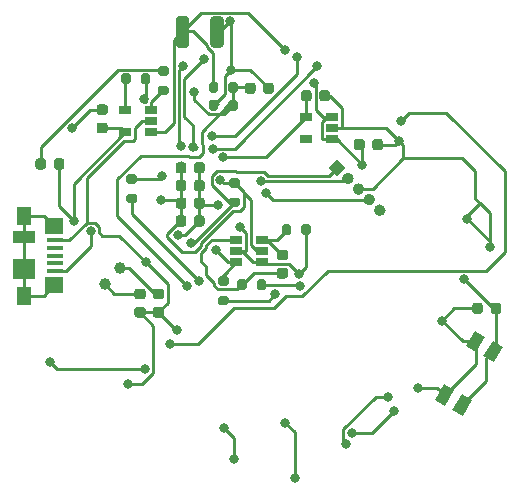
<source format=gbr>
%TF.GenerationSoftware,KiCad,Pcbnew,5.1.8-1.fc33*%
%TF.CreationDate,2021-01-30T22:30:16+01:00*%
%TF.ProjectId,lightring,6c696768-7472-4696-9e67-2e6b69636164,rev?*%
%TF.SameCoordinates,Original*%
%TF.FileFunction,Copper,L2,Bot*%
%TF.FilePolarity,Positive*%
%FSLAX46Y46*%
G04 Gerber Fmt 4.6, Leading zero omitted, Abs format (unit mm)*
G04 Created by KiCad (PCBNEW 5.1.8-1.fc33) date 2021-01-30 22:30:16*
%MOMM*%
%LPD*%
G01*
G04 APERTURE LIST*
%TA.AperFunction,SMDPad,CuDef*%
%ADD10C,0.100000*%
%TD*%
%TA.AperFunction,ComponentPad*%
%ADD11C,1.000000*%
%TD*%
%TA.AperFunction,ComponentPad*%
%ADD12C,0.100000*%
%TD*%
%TA.AperFunction,SMDPad,CuDef*%
%ADD13R,1.900000X1.000000*%
%TD*%
%TA.AperFunction,SMDPad,CuDef*%
%ADD14R,1.900000X1.800000*%
%TD*%
%TA.AperFunction,SMDPad,CuDef*%
%ADD15R,1.300000X1.650000*%
%TD*%
%TA.AperFunction,SMDPad,CuDef*%
%ADD16R,1.550000X1.425000*%
%TD*%
%TA.AperFunction,SMDPad,CuDef*%
%ADD17R,1.380000X0.450000*%
%TD*%
%TA.AperFunction,SMDPad,CuDef*%
%ADD18R,1.060000X0.650000*%
%TD*%
%TA.AperFunction,ViaPad*%
%ADD19C,0.800000*%
%TD*%
%TA.AperFunction,Conductor*%
%ADD20C,0.250000*%
%TD*%
G04 APERTURE END LIST*
%TA.AperFunction,SMDPad,CuDef*%
D10*
%TO.P,SW2,1*%
%TO.N,SET*%
G36*
X189353109Y-87130513D02*
G01*
X190219135Y-87630513D01*
X189444135Y-88972853D01*
X188578109Y-88472853D01*
X189353109Y-87130513D01*
G37*
%TD.AperFunction*%
%TA.AperFunction,SMDPad,CuDef*%
G36*
X186728109Y-91677147D02*
G01*
X187594135Y-92177147D01*
X186819135Y-93519487D01*
X185953109Y-93019487D01*
X186728109Y-91677147D01*
G37*
%TD.AperFunction*%
%TA.AperFunction,SMDPad,CuDef*%
%TO.P,SW2,2*%
%TO.N,GND*%
G36*
X185255865Y-90827147D02*
G01*
X186121891Y-91327147D01*
X185346891Y-92669487D01*
X184480865Y-92169487D01*
X185255865Y-90827147D01*
G37*
%TD.AperFunction*%
%TA.AperFunction,SMDPad,CuDef*%
G36*
X187880865Y-86280513D02*
G01*
X188746891Y-86780513D01*
X187971891Y-88122853D01*
X187105865Y-87622853D01*
X187880865Y-86280513D01*
G37*
%TD.AperFunction*%
%TD*%
D11*
%TO.P,Y1,2*%
%TO.N,XTAL2*%
X157843503Y-81006497D03*
%TO.P,Y1,1*%
%TO.N,XTAL1*%
X156500000Y-82350000D03*
%TD*%
%TO.P,J1,5*%
%TO.N,VCC*%
%TA.AperFunction,ComponentPad*%
G36*
G01*
X179438549Y-76445655D02*
X179438549Y-76445655D01*
G75*
G02*
X179438549Y-75738549I353553J353553D01*
G01*
X179438549Y-75738549D01*
G75*
G02*
X180145655Y-75738549I353553J-353553D01*
G01*
X180145655Y-75738549D01*
G75*
G02*
X180145655Y-76445655I-353553J-353553D01*
G01*
X180145655Y-76445655D01*
G75*
G02*
X179438549Y-76445655I-353553J353553D01*
G01*
G37*
%TD.AperFunction*%
%TO.P,J1,4*%
%TO.N,SWCLK*%
%TA.AperFunction,ComponentPad*%
G36*
G01*
X178540524Y-75547630D02*
X178540524Y-75547630D01*
G75*
G02*
X178540524Y-74840524I353553J353553D01*
G01*
X178540524Y-74840524D01*
G75*
G02*
X179247630Y-74840524I353553J-353553D01*
G01*
X179247630Y-74840524D01*
G75*
G02*
X179247630Y-75547630I-353553J-353553D01*
G01*
X179247630Y-75547630D01*
G75*
G02*
X178540524Y-75547630I-353553J353553D01*
G01*
G37*
%TD.AperFunction*%
%TO.P,J1,3*%
%TO.N,GND*%
%TA.AperFunction,ComponentPad*%
G36*
G01*
X177642498Y-74649604D02*
X177642498Y-74649604D01*
G75*
G02*
X177642498Y-73942498I353553J353553D01*
G01*
X177642498Y-73942498D01*
G75*
G02*
X178349604Y-73942498I353553J-353553D01*
G01*
X178349604Y-73942498D01*
G75*
G02*
X178349604Y-74649604I-353553J-353553D01*
G01*
X178349604Y-74649604D01*
G75*
G02*
X177642498Y-74649604I-353553J353553D01*
G01*
G37*
%TD.AperFunction*%
%TO.P,J1,2*%
%TO.N,SWDIO*%
%TA.AperFunction,ComponentPad*%
G36*
G01*
X176744473Y-73751579D02*
X176744473Y-73751579D01*
G75*
G02*
X176744473Y-73044473I353553J353553D01*
G01*
X176744473Y-73044473D01*
G75*
G02*
X177451579Y-73044473I353553J-353553D01*
G01*
X177451579Y-73044473D01*
G75*
G02*
X177451579Y-73751579I-353553J-353553D01*
G01*
X177451579Y-73751579D01*
G75*
G02*
X176744473Y-73751579I-353553J353553D01*
G01*
G37*
%TD.AperFunction*%
%TA.AperFunction,ComponentPad*%
D12*
%TO.P,J1,1*%
%TO.N,Net-(J1-Pad1)*%
G36*
X176200000Y-73207107D02*
G01*
X175492893Y-72500000D01*
X176200000Y-71792893D01*
X176907107Y-72500000D01*
X176200000Y-73207107D01*
G37*
%TD.AperFunction*%
%TD*%
%TO.P,C1,2*%
%TO.N,GND*%
%TA.AperFunction,SMDPad,CuDef*%
G36*
G01*
X159250000Y-84275000D02*
X159750000Y-84275000D01*
G75*
G02*
X159975000Y-84500000I0J-225000D01*
G01*
X159975000Y-84950000D01*
G75*
G02*
X159750000Y-85175000I-225000J0D01*
G01*
X159250000Y-85175000D01*
G75*
G02*
X159025000Y-84950000I0J225000D01*
G01*
X159025000Y-84500000D01*
G75*
G02*
X159250000Y-84275000I225000J0D01*
G01*
G37*
%TD.AperFunction*%
%TO.P,C1,1*%
%TO.N,XTAL1*%
%TA.AperFunction,SMDPad,CuDef*%
G36*
G01*
X159250000Y-82725000D02*
X159750000Y-82725000D01*
G75*
G02*
X159975000Y-82950000I0J-225000D01*
G01*
X159975000Y-83400000D01*
G75*
G02*
X159750000Y-83625000I-225000J0D01*
G01*
X159250000Y-83625000D01*
G75*
G02*
X159025000Y-83400000I0J225000D01*
G01*
X159025000Y-82950000D01*
G75*
G02*
X159250000Y-82725000I225000J0D01*
G01*
G37*
%TD.AperFunction*%
%TD*%
%TO.P,C2,2*%
%TO.N,GND*%
%TA.AperFunction,SMDPad,CuDef*%
G36*
G01*
X164075000Y-75750000D02*
X164075000Y-75250000D01*
G75*
G02*
X164300000Y-75025000I225000J0D01*
G01*
X164750000Y-75025000D01*
G75*
G02*
X164975000Y-75250000I0J-225000D01*
G01*
X164975000Y-75750000D01*
G75*
G02*
X164750000Y-75975000I-225000J0D01*
G01*
X164300000Y-75975000D01*
G75*
G02*
X164075000Y-75750000I0J225000D01*
G01*
G37*
%TD.AperFunction*%
%TO.P,C2,1*%
%TO.N,+3V3*%
%TA.AperFunction,SMDPad,CuDef*%
G36*
G01*
X162525000Y-75750000D02*
X162525000Y-75250000D01*
G75*
G02*
X162750000Y-75025000I225000J0D01*
G01*
X163200000Y-75025000D01*
G75*
G02*
X163425000Y-75250000I0J-225000D01*
G01*
X163425000Y-75750000D01*
G75*
G02*
X163200000Y-75975000I-225000J0D01*
G01*
X162750000Y-75975000D01*
G75*
G02*
X162525000Y-75750000I0J225000D01*
G01*
G37*
%TD.AperFunction*%
%TD*%
%TO.P,C4,2*%
%TO.N,SET*%
%TA.AperFunction,SMDPad,CuDef*%
G36*
G01*
X189175000Y-84650000D02*
X189175000Y-84150000D01*
G75*
G02*
X189400000Y-83925000I225000J0D01*
G01*
X189850000Y-83925000D01*
G75*
G02*
X190075000Y-84150000I0J-225000D01*
G01*
X190075000Y-84650000D01*
G75*
G02*
X189850000Y-84875000I-225000J0D01*
G01*
X189400000Y-84875000D01*
G75*
G02*
X189175000Y-84650000I0J225000D01*
G01*
G37*
%TD.AperFunction*%
%TO.P,C4,1*%
%TO.N,GND*%
%TA.AperFunction,SMDPad,CuDef*%
G36*
G01*
X187625000Y-84650000D02*
X187625000Y-84150000D01*
G75*
G02*
X187850000Y-83925000I225000J0D01*
G01*
X188300000Y-83925000D01*
G75*
G02*
X188525000Y-84150000I0J-225000D01*
G01*
X188525000Y-84650000D01*
G75*
G02*
X188300000Y-84875000I-225000J0D01*
G01*
X187850000Y-84875000D01*
G75*
G02*
X187625000Y-84650000I0J225000D01*
G01*
G37*
%TD.AperFunction*%
%TD*%
%TO.P,C5,2*%
%TO.N,GND*%
%TA.AperFunction,SMDPad,CuDef*%
G36*
G01*
X160800000Y-84275000D02*
X161300000Y-84275000D01*
G75*
G02*
X161525000Y-84500000I0J-225000D01*
G01*
X161525000Y-84950000D01*
G75*
G02*
X161300000Y-85175000I-225000J0D01*
G01*
X160800000Y-85175000D01*
G75*
G02*
X160575000Y-84950000I0J225000D01*
G01*
X160575000Y-84500000D01*
G75*
G02*
X160800000Y-84275000I225000J0D01*
G01*
G37*
%TD.AperFunction*%
%TO.P,C5,1*%
%TO.N,XTAL2*%
%TA.AperFunction,SMDPad,CuDef*%
G36*
G01*
X160800000Y-82725000D02*
X161300000Y-82725000D01*
G75*
G02*
X161525000Y-82950000I0J-225000D01*
G01*
X161525000Y-83400000D01*
G75*
G02*
X161300000Y-83625000I-225000J0D01*
G01*
X160800000Y-83625000D01*
G75*
G02*
X160575000Y-83400000I0J225000D01*
G01*
X160575000Y-82950000D01*
G75*
G02*
X160800000Y-82725000I225000J0D01*
G01*
G37*
%TD.AperFunction*%
%TD*%
%TO.P,C6,2*%
%TO.N,GND*%
%TA.AperFunction,SMDPad,CuDef*%
G36*
G01*
X164075000Y-77250000D02*
X164075000Y-76750000D01*
G75*
G02*
X164300000Y-76525000I225000J0D01*
G01*
X164750000Y-76525000D01*
G75*
G02*
X164975000Y-76750000I0J-225000D01*
G01*
X164975000Y-77250000D01*
G75*
G02*
X164750000Y-77475000I-225000J0D01*
G01*
X164300000Y-77475000D01*
G75*
G02*
X164075000Y-77250000I0J225000D01*
G01*
G37*
%TD.AperFunction*%
%TO.P,C6,1*%
%TO.N,+3V3*%
%TA.AperFunction,SMDPad,CuDef*%
G36*
G01*
X162525000Y-77250000D02*
X162525000Y-76750000D01*
G75*
G02*
X162750000Y-76525000I225000J0D01*
G01*
X163200000Y-76525000D01*
G75*
G02*
X163425000Y-76750000I0J-225000D01*
G01*
X163425000Y-77250000D01*
G75*
G02*
X163200000Y-77475000I-225000J0D01*
G01*
X162750000Y-77475000D01*
G75*
G02*
X162525000Y-77250000I0J225000D01*
G01*
G37*
%TD.AperFunction*%
%TD*%
%TO.P,C7,2*%
%TO.N,GND*%
%TA.AperFunction,SMDPad,CuDef*%
G36*
G01*
X164075000Y-72750000D02*
X164075000Y-72250000D01*
G75*
G02*
X164300000Y-72025000I225000J0D01*
G01*
X164750000Y-72025000D01*
G75*
G02*
X164975000Y-72250000I0J-225000D01*
G01*
X164975000Y-72750000D01*
G75*
G02*
X164750000Y-72975000I-225000J0D01*
G01*
X164300000Y-72975000D01*
G75*
G02*
X164075000Y-72750000I0J225000D01*
G01*
G37*
%TD.AperFunction*%
%TO.P,C7,1*%
%TO.N,+3V3*%
%TA.AperFunction,SMDPad,CuDef*%
G36*
G01*
X162525000Y-72750000D02*
X162525000Y-72250000D01*
G75*
G02*
X162750000Y-72025000I225000J0D01*
G01*
X163200000Y-72025000D01*
G75*
G02*
X163425000Y-72250000I0J-225000D01*
G01*
X163425000Y-72750000D01*
G75*
G02*
X163200000Y-72975000I-225000J0D01*
G01*
X162750000Y-72975000D01*
G75*
G02*
X162525000Y-72750000I0J225000D01*
G01*
G37*
%TD.AperFunction*%
%TD*%
%TO.P,C8,2*%
%TO.N,GND*%
%TA.AperFunction,SMDPad,CuDef*%
G36*
G01*
X164075000Y-74250000D02*
X164075000Y-73750000D01*
G75*
G02*
X164300000Y-73525000I225000J0D01*
G01*
X164750000Y-73525000D01*
G75*
G02*
X164975000Y-73750000I0J-225000D01*
G01*
X164975000Y-74250000D01*
G75*
G02*
X164750000Y-74475000I-225000J0D01*
G01*
X164300000Y-74475000D01*
G75*
G02*
X164075000Y-74250000I0J225000D01*
G01*
G37*
%TD.AperFunction*%
%TO.P,C8,1*%
%TO.N,+3V3*%
%TA.AperFunction,SMDPad,CuDef*%
G36*
G01*
X162525000Y-74250000D02*
X162525000Y-73750000D01*
G75*
G02*
X162750000Y-73525000I225000J0D01*
G01*
X163200000Y-73525000D01*
G75*
G02*
X163425000Y-73750000I0J-225000D01*
G01*
X163425000Y-74250000D01*
G75*
G02*
X163200000Y-74475000I-225000J0D01*
G01*
X162750000Y-74475000D01*
G75*
G02*
X162525000Y-74250000I0J225000D01*
G01*
G37*
%TD.AperFunction*%
%TD*%
%TO.P,C9,2*%
%TO.N,GND*%
%TA.AperFunction,SMDPad,CuDef*%
G36*
G01*
X156543820Y-68031480D02*
X156043820Y-68031480D01*
G75*
G02*
X155818820Y-67806480I0J225000D01*
G01*
X155818820Y-67356480D01*
G75*
G02*
X156043820Y-67131480I225000J0D01*
G01*
X156543820Y-67131480D01*
G75*
G02*
X156768820Y-67356480I0J-225000D01*
G01*
X156768820Y-67806480D01*
G75*
G02*
X156543820Y-68031480I-225000J0D01*
G01*
G37*
%TD.AperFunction*%
%TO.P,C9,1*%
%TO.N,+5V*%
%TA.AperFunction,SMDPad,CuDef*%
G36*
G01*
X156543820Y-69581480D02*
X156043820Y-69581480D01*
G75*
G02*
X155818820Y-69356480I0J225000D01*
G01*
X155818820Y-68906480D01*
G75*
G02*
X156043820Y-68681480I225000J0D01*
G01*
X156543820Y-68681480D01*
G75*
G02*
X156768820Y-68906480I0J-225000D01*
G01*
X156768820Y-69356480D01*
G75*
G02*
X156543820Y-69581480I-225000J0D01*
G01*
G37*
%TD.AperFunction*%
%TD*%
%TO.P,C10,2*%
%TO.N,GND*%
%TA.AperFunction,SMDPad,CuDef*%
G36*
G01*
X174675680Y-66650680D02*
X174675680Y-66150680D01*
G75*
G02*
X174900680Y-65925680I225000J0D01*
G01*
X175350680Y-65925680D01*
G75*
G02*
X175575680Y-66150680I0J-225000D01*
G01*
X175575680Y-66650680D01*
G75*
G02*
X175350680Y-66875680I-225000J0D01*
G01*
X174900680Y-66875680D01*
G75*
G02*
X174675680Y-66650680I0J225000D01*
G01*
G37*
%TD.AperFunction*%
%TO.P,C10,1*%
%TO.N,+3V3*%
%TA.AperFunction,SMDPad,CuDef*%
G36*
G01*
X173125680Y-66650680D02*
X173125680Y-66150680D01*
G75*
G02*
X173350680Y-65925680I225000J0D01*
G01*
X173800680Y-65925680D01*
G75*
G02*
X174025680Y-66150680I0J-225000D01*
G01*
X174025680Y-66650680D01*
G75*
G02*
X173800680Y-66875680I-225000J0D01*
G01*
X173350680Y-66875680D01*
G75*
G02*
X173125680Y-66650680I0J225000D01*
G01*
G37*
%TD.AperFunction*%
%TD*%
%TO.P,C11,2*%
%TO.N,Net-(C11-Pad2)*%
%TA.AperFunction,SMDPad,CuDef*%
G36*
G01*
X171796520Y-80320000D02*
X171296520Y-80320000D01*
G75*
G02*
X171071520Y-80095000I0J225000D01*
G01*
X171071520Y-79645000D01*
G75*
G02*
X171296520Y-79420000I225000J0D01*
G01*
X171796520Y-79420000D01*
G75*
G02*
X172021520Y-79645000I0J-225000D01*
G01*
X172021520Y-80095000D01*
G75*
G02*
X171796520Y-80320000I-225000J0D01*
G01*
G37*
%TD.AperFunction*%
%TO.P,C11,1*%
%TO.N,Net-(C11-Pad1)*%
%TA.AperFunction,SMDPad,CuDef*%
G36*
G01*
X171796520Y-81870000D02*
X171296520Y-81870000D01*
G75*
G02*
X171071520Y-81645000I0J225000D01*
G01*
X171071520Y-81195000D01*
G75*
G02*
X171296520Y-80970000I225000J0D01*
G01*
X171796520Y-80970000D01*
G75*
G02*
X172021520Y-81195000I0J-225000D01*
G01*
X172021520Y-81645000D01*
G75*
G02*
X171796520Y-81870000I-225000J0D01*
G01*
G37*
%TD.AperFunction*%
%TD*%
%TO.P,C12,2*%
%TO.N,GND*%
%TA.AperFunction,SMDPad,CuDef*%
G36*
G01*
X179166700Y-70780720D02*
X179166700Y-70280720D01*
G75*
G02*
X179391700Y-70055720I225000J0D01*
G01*
X179841700Y-70055720D01*
G75*
G02*
X180066700Y-70280720I0J-225000D01*
G01*
X180066700Y-70780720D01*
G75*
G02*
X179841700Y-71005720I-225000J0D01*
G01*
X179391700Y-71005720D01*
G75*
G02*
X179166700Y-70780720I0J225000D01*
G01*
G37*
%TD.AperFunction*%
%TO.P,C12,1*%
%TO.N,VCC*%
%TA.AperFunction,SMDPad,CuDef*%
G36*
G01*
X177616700Y-70780720D02*
X177616700Y-70280720D01*
G75*
G02*
X177841700Y-70055720I225000J0D01*
G01*
X178291700Y-70055720D01*
G75*
G02*
X178516700Y-70280720I0J-225000D01*
G01*
X178516700Y-70780720D01*
G75*
G02*
X178291700Y-71005720I-225000J0D01*
G01*
X177841700Y-71005720D01*
G75*
G02*
X177616700Y-70780720I0J225000D01*
G01*
G37*
%TD.AperFunction*%
%TD*%
%TO.P,D44,2*%
%TO.N,+5V*%
%TA.AperFunction,SMDPad,CuDef*%
G36*
G01*
X152221780Y-72427810D02*
X152221780Y-71915310D01*
G75*
G02*
X152440530Y-71696560I218750J0D01*
G01*
X152878030Y-71696560D01*
G75*
G02*
X153096780Y-71915310I0J-218750D01*
G01*
X153096780Y-72427810D01*
G75*
G02*
X152878030Y-72646560I-218750J0D01*
G01*
X152440530Y-72646560D01*
G75*
G02*
X152221780Y-72427810I0J218750D01*
G01*
G37*
%TD.AperFunction*%
%TO.P,D44,1*%
%TO.N,Net-(D44-Pad1)*%
%TA.AperFunction,SMDPad,CuDef*%
G36*
G01*
X150646780Y-72427810D02*
X150646780Y-71915310D01*
G75*
G02*
X150865530Y-71696560I218750J0D01*
G01*
X151303030Y-71696560D01*
G75*
G02*
X151521780Y-71915310I0J-218750D01*
G01*
X151521780Y-72427810D01*
G75*
G02*
X151303030Y-72646560I-218750J0D01*
G01*
X150865530Y-72646560D01*
G75*
G02*
X150646780Y-72427810I0J218750D01*
G01*
G37*
%TD.AperFunction*%
%TD*%
D13*
%TO.P,J2,6*%
%TO.N,Net-(J2-Pad6)*%
X149637900Y-78386340D03*
D14*
X149637900Y-81086340D03*
D15*
X149637900Y-76561340D03*
X149637900Y-83311340D03*
D16*
X152212900Y-77448840D03*
X152212900Y-82423840D03*
D17*
%TO.P,J2,5*%
%TO.N,GND*%
X152297900Y-78636340D03*
%TO.P,J2,4*%
%TO.N,Net-(J2-Pad4)*%
X152297900Y-79286340D03*
%TO.P,J2,3*%
%TO.N,Net-(J2-Pad3)*%
X152297900Y-79936340D03*
%TO.P,J2,2*%
%TO.N,Net-(J2-Pad2)*%
X152297900Y-80586340D03*
%TO.P,J2,1*%
%TO.N,+5V*%
X152297900Y-81236340D03*
%TD*%
%TO.P,R43,2*%
%TO.N,Net-(J1-Pad1)*%
%TA.AperFunction,SMDPad,CuDef*%
G36*
G01*
X167225000Y-75025000D02*
X167775000Y-75025000D01*
G75*
G02*
X167975000Y-75225000I0J-200000D01*
G01*
X167975000Y-75625000D01*
G75*
G02*
X167775000Y-75825000I-200000J0D01*
G01*
X167225000Y-75825000D01*
G75*
G02*
X167025000Y-75625000I0J200000D01*
G01*
X167025000Y-75225000D01*
G75*
G02*
X167225000Y-75025000I200000J0D01*
G01*
G37*
%TD.AperFunction*%
%TO.P,R43,1*%
%TO.N,+3V3*%
%TA.AperFunction,SMDPad,CuDef*%
G36*
G01*
X167225000Y-73375000D02*
X167775000Y-73375000D01*
G75*
G02*
X167975000Y-73575000I0J-200000D01*
G01*
X167975000Y-73975000D01*
G75*
G02*
X167775000Y-74175000I-200000J0D01*
G01*
X167225000Y-74175000D01*
G75*
G02*
X167025000Y-73975000I0J200000D01*
G01*
X167025000Y-73575000D01*
G75*
G02*
X167225000Y-73375000I200000J0D01*
G01*
G37*
%TD.AperFunction*%
%TD*%
%TO.P,R44,2*%
%TO.N,Net-(D43-Pad2)*%
%TA.AperFunction,SMDPad,CuDef*%
G36*
G01*
X158525000Y-74700000D02*
X159075000Y-74700000D01*
G75*
G02*
X159275000Y-74900000I0J-200000D01*
G01*
X159275000Y-75300000D01*
G75*
G02*
X159075000Y-75500000I-200000J0D01*
G01*
X158525000Y-75500000D01*
G75*
G02*
X158325000Y-75300000I0J200000D01*
G01*
X158325000Y-74900000D01*
G75*
G02*
X158525000Y-74700000I200000J0D01*
G01*
G37*
%TD.AperFunction*%
%TO.P,R44,1*%
%TO.N,WORK*%
%TA.AperFunction,SMDPad,CuDef*%
G36*
G01*
X158525000Y-73050000D02*
X159075000Y-73050000D01*
G75*
G02*
X159275000Y-73250000I0J-200000D01*
G01*
X159275000Y-73650000D01*
G75*
G02*
X159075000Y-73850000I-200000J0D01*
G01*
X158525000Y-73850000D01*
G75*
G02*
X158325000Y-73650000I0J200000D01*
G01*
X158325000Y-73250000D01*
G75*
G02*
X158525000Y-73050000I200000J0D01*
G01*
G37*
%TD.AperFunction*%
%TD*%
%TO.P,R45,2*%
%TO.N,GND*%
%TA.AperFunction,SMDPad,CuDef*%
G36*
G01*
X159561080Y-65243120D02*
X159561080Y-64693120D01*
G75*
G02*
X159761080Y-64493120I200000J0D01*
G01*
X160161080Y-64493120D01*
G75*
G02*
X160361080Y-64693120I0J-200000D01*
G01*
X160361080Y-65243120D01*
G75*
G02*
X160161080Y-65443120I-200000J0D01*
G01*
X159761080Y-65443120D01*
G75*
G02*
X159561080Y-65243120I0J200000D01*
G01*
G37*
%TD.AperFunction*%
%TO.P,R45,1*%
%TO.N,Net-(R45-Pad1)*%
%TA.AperFunction,SMDPad,CuDef*%
G36*
G01*
X157911080Y-65243120D02*
X157911080Y-64693120D01*
G75*
G02*
X158111080Y-64493120I200000J0D01*
G01*
X158511080Y-64493120D01*
G75*
G02*
X158711080Y-64693120I0J-200000D01*
G01*
X158711080Y-65243120D01*
G75*
G02*
X158511080Y-65443120I-200000J0D01*
G01*
X158111080Y-65443120D01*
G75*
G02*
X157911080Y-65243120I0J200000D01*
G01*
G37*
%TD.AperFunction*%
%TD*%
%TO.P,R46,2*%
%TO.N,GND*%
%TA.AperFunction,SMDPad,CuDef*%
G36*
G01*
X166285000Y-83335000D02*
X166835000Y-83335000D01*
G75*
G02*
X167035000Y-83535000I0J-200000D01*
G01*
X167035000Y-83935000D01*
G75*
G02*
X166835000Y-84135000I-200000J0D01*
G01*
X166285000Y-84135000D01*
G75*
G02*
X166085000Y-83935000I0J200000D01*
G01*
X166085000Y-83535000D01*
G75*
G02*
X166285000Y-83335000I200000J0D01*
G01*
G37*
%TD.AperFunction*%
%TO.P,R46,1*%
%TO.N,TOUCH*%
%TA.AperFunction,SMDPad,CuDef*%
G36*
G01*
X166285000Y-81685000D02*
X166835000Y-81685000D01*
G75*
G02*
X167035000Y-81885000I0J-200000D01*
G01*
X167035000Y-82285000D01*
G75*
G02*
X166835000Y-82485000I-200000J0D01*
G01*
X166285000Y-82485000D01*
G75*
G02*
X166085000Y-82285000I0J200000D01*
G01*
X166085000Y-81885000D01*
G75*
G02*
X166285000Y-81685000I200000J0D01*
G01*
G37*
%TD.AperFunction*%
%TD*%
%TO.P,R47,2*%
%TO.N,GND*%
%TA.AperFunction,SMDPad,CuDef*%
G36*
G01*
X173158200Y-78011700D02*
X173158200Y-77461700D01*
G75*
G02*
X173358200Y-77261700I200000J0D01*
G01*
X173758200Y-77261700D01*
G75*
G02*
X173958200Y-77461700I0J-200000D01*
G01*
X173958200Y-78011700D01*
G75*
G02*
X173758200Y-78211700I-200000J0D01*
G01*
X173358200Y-78211700D01*
G75*
G02*
X173158200Y-78011700I0J200000D01*
G01*
G37*
%TD.AperFunction*%
%TO.P,R47,1*%
%TO.N,Net-(C11-Pad2)*%
%TA.AperFunction,SMDPad,CuDef*%
G36*
G01*
X171508200Y-78011700D02*
X171508200Y-77461700D01*
G75*
G02*
X171708200Y-77261700I200000J0D01*
G01*
X172108200Y-77261700D01*
G75*
G02*
X172308200Y-77461700I0J-200000D01*
G01*
X172308200Y-78011700D01*
G75*
G02*
X172108200Y-78211700I-200000J0D01*
G01*
X171708200Y-78211700D01*
G75*
G02*
X171508200Y-78011700I0J200000D01*
G01*
G37*
%TD.AperFunction*%
%TD*%
%TO.P,R48,2*%
%TO.N,Net-(D44-Pad1)*%
%TA.AperFunction,SMDPad,CuDef*%
G36*
G01*
X161735000Y-64695000D02*
X161185000Y-64695000D01*
G75*
G02*
X160985000Y-64495000I0J200000D01*
G01*
X160985000Y-64095000D01*
G75*
G02*
X161185000Y-63895000I200000J0D01*
G01*
X161735000Y-63895000D01*
G75*
G02*
X161935000Y-64095000I0J-200000D01*
G01*
X161935000Y-64495000D01*
G75*
G02*
X161735000Y-64695000I-200000J0D01*
G01*
G37*
%TD.AperFunction*%
%TO.P,R48,1*%
%TO.N,Net-(R48-Pad1)*%
%TA.AperFunction,SMDPad,CuDef*%
G36*
G01*
X161735000Y-66345000D02*
X161185000Y-66345000D01*
G75*
G02*
X160985000Y-66145000I0J200000D01*
G01*
X160985000Y-65745000D01*
G75*
G02*
X161185000Y-65545000I200000J0D01*
G01*
X161735000Y-65545000D01*
G75*
G02*
X161935000Y-65745000I0J-200000D01*
G01*
X161935000Y-66145000D01*
G75*
G02*
X161735000Y-66345000I-200000J0D01*
G01*
G37*
%TD.AperFunction*%
%TD*%
%TO.P,R49,2*%
%TO.N,Net-(C11-Pad1)*%
%TA.AperFunction,SMDPad,CuDef*%
G36*
G01*
X168533260Y-82127680D02*
X168533260Y-82677680D01*
G75*
G02*
X168333260Y-82877680I-200000J0D01*
G01*
X167933260Y-82877680D01*
G75*
G02*
X167733260Y-82677680I0J200000D01*
G01*
X167733260Y-82127680D01*
G75*
G02*
X167933260Y-81927680I200000J0D01*
G01*
X168333260Y-81927680D01*
G75*
G02*
X168533260Y-82127680I0J-200000D01*
G01*
G37*
%TD.AperFunction*%
%TO.P,R49,1*%
%TO.N,Net-(J3-Pad1)*%
%TA.AperFunction,SMDPad,CuDef*%
G36*
G01*
X170183260Y-82127680D02*
X170183260Y-82677680D01*
G75*
G02*
X169983260Y-82877680I-200000J0D01*
G01*
X169583260Y-82877680D01*
G75*
G02*
X169383260Y-82677680I0J200000D01*
G01*
X169383260Y-82127680D01*
G75*
G02*
X169583260Y-81927680I200000J0D01*
G01*
X169983260Y-81927680D01*
G75*
G02*
X170183260Y-82127680I0J-200000D01*
G01*
G37*
%TD.AperFunction*%
%TD*%
D18*
%TO.P,U2,5*%
%TO.N,Net-(R45-Pad1)*%
X158251980Y-67581740D03*
%TO.P,U2,4*%
%TO.N,+5V*%
X158251980Y-69481740D03*
%TO.P,U2,3*%
%TO.N,VCC*%
X160451980Y-69481740D03*
%TO.P,U2,2*%
%TO.N,GND*%
X160451980Y-68531740D03*
%TO.P,U2,1*%
%TO.N,Net-(R48-Pad1)*%
X160451980Y-67581740D03*
%TD*%
%TO.P,U3,5*%
%TO.N,+3V3*%
X169852520Y-79537560D03*
%TO.P,U3,6*%
%TO.N,GND*%
X169852520Y-80487560D03*
%TO.P,U3,4*%
%TO.N,Net-(C11-Pad2)*%
X169852520Y-78587560D03*
%TO.P,U3,3*%
%TO.N,Net-(C11-Pad1)*%
X167652520Y-78587560D03*
%TO.P,U3,2*%
%TO.N,GND*%
X167652520Y-79537560D03*
%TO.P,U3,1*%
%TO.N,TOUCH*%
X167652520Y-80487560D03*
%TD*%
%TO.P,U4,5*%
%TO.N,+3V3*%
X173578340Y-68198960D03*
%TO.P,U4,4*%
%TO.N,Net-(U4-Pad4)*%
X173578340Y-70098960D03*
%TO.P,U4,3*%
%TO.N,VCC*%
X175778340Y-70098960D03*
%TO.P,U4,2*%
%TO.N,GND*%
X175778340Y-69148960D03*
%TO.P,U4,1*%
%TO.N,VCC*%
X175778340Y-68198960D03*
%TD*%
%TO.P,BT1,1*%
%TO.N,VCC*%
%TA.AperFunction,SMDPad,CuDef*%
G36*
G01*
X162531440Y-62075001D02*
X162531440Y-59924999D01*
G75*
G02*
X162781439Y-59675000I249999J0D01*
G01*
X163406441Y-59675000D01*
G75*
G02*
X163656440Y-59924999I0J-249999D01*
G01*
X163656440Y-62075001D01*
G75*
G02*
X163406441Y-62325000I-249999J0D01*
G01*
X162781439Y-62325000D01*
G75*
G02*
X162531440Y-62075001I0J249999D01*
G01*
G37*
%TD.AperFunction*%
%TO.P,BT1,2*%
%TO.N,GND*%
%TA.AperFunction,SMDPad,CuDef*%
G36*
G01*
X165456440Y-62075001D02*
X165456440Y-59924999D01*
G75*
G02*
X165706439Y-59675000I249999J0D01*
G01*
X166331441Y-59675000D01*
G75*
G02*
X166581440Y-59924999I0J-249999D01*
G01*
X166581440Y-62075001D01*
G75*
G02*
X166331441Y-62325000I-249999J0D01*
G01*
X165706439Y-62325000D01*
G75*
G02*
X165456440Y-62075001I0J249999D01*
G01*
G37*
%TD.AperFunction*%
%TD*%
%TO.P,C3,1*%
%TO.N,STATE*%
%TA.AperFunction,SMDPad,CuDef*%
G36*
G01*
X168375000Y-66010000D02*
X168375000Y-65510000D01*
G75*
G02*
X168600000Y-65285000I225000J0D01*
G01*
X169050000Y-65285000D01*
G75*
G02*
X169275000Y-65510000I0J-225000D01*
G01*
X169275000Y-66010000D01*
G75*
G02*
X169050000Y-66235000I-225000J0D01*
G01*
X168600000Y-66235000D01*
G75*
G02*
X168375000Y-66010000I0J225000D01*
G01*
G37*
%TD.AperFunction*%
%TO.P,C3,2*%
%TO.N,GND*%
%TA.AperFunction,SMDPad,CuDef*%
G36*
G01*
X169925000Y-66010000D02*
X169925000Y-65510000D01*
G75*
G02*
X170150000Y-65285000I225000J0D01*
G01*
X170600000Y-65285000D01*
G75*
G02*
X170825000Y-65510000I0J-225000D01*
G01*
X170825000Y-66010000D01*
G75*
G02*
X170600000Y-66235000I-225000J0D01*
G01*
X170150000Y-66235000D01*
G75*
G02*
X169925000Y-66010000I0J225000D01*
G01*
G37*
%TD.AperFunction*%
%TD*%
%TO.P,R50,2*%
%TO.N,STATE*%
%TA.AperFunction,SMDPad,CuDef*%
G36*
G01*
X166975000Y-65965000D02*
X166975000Y-65415000D01*
G75*
G02*
X167175000Y-65215000I200000J0D01*
G01*
X167575000Y-65215000D01*
G75*
G02*
X167775000Y-65415000I0J-200000D01*
G01*
X167775000Y-65965000D01*
G75*
G02*
X167575000Y-66165000I-200000J0D01*
G01*
X167175000Y-66165000D01*
G75*
G02*
X166975000Y-65965000I0J200000D01*
G01*
G37*
%TD.AperFunction*%
%TO.P,R50,1*%
%TO.N,VCC*%
%TA.AperFunction,SMDPad,CuDef*%
G36*
G01*
X165325000Y-65965000D02*
X165325000Y-65415000D01*
G75*
G02*
X165525000Y-65215000I200000J0D01*
G01*
X165925000Y-65215000D01*
G75*
G02*
X166125000Y-65415000I0J-200000D01*
G01*
X166125000Y-65965000D01*
G75*
G02*
X165925000Y-66165000I-200000J0D01*
G01*
X165525000Y-66165000D01*
G75*
G02*
X165325000Y-65965000I0J200000D01*
G01*
G37*
%TD.AperFunction*%
%TD*%
%TO.P,R51,1*%
%TO.N,STATE*%
%TA.AperFunction,SMDPad,CuDef*%
G36*
G01*
X167775000Y-66915000D02*
X167775000Y-67465000D01*
G75*
G02*
X167575000Y-67665000I-200000J0D01*
G01*
X167175000Y-67665000D01*
G75*
G02*
X166975000Y-67465000I0J200000D01*
G01*
X166975000Y-66915000D01*
G75*
G02*
X167175000Y-66715000I200000J0D01*
G01*
X167575000Y-66715000D01*
G75*
G02*
X167775000Y-66915000I0J-200000D01*
G01*
G37*
%TD.AperFunction*%
%TO.P,R51,2*%
%TO.N,GND*%
%TA.AperFunction,SMDPad,CuDef*%
G36*
G01*
X166125000Y-66915000D02*
X166125000Y-67465000D01*
G75*
G02*
X165925000Y-67665000I-200000J0D01*
G01*
X165525000Y-67665000D01*
G75*
G02*
X165325000Y-67465000I0J200000D01*
G01*
X165325000Y-66915000D01*
G75*
G02*
X165525000Y-66715000I200000J0D01*
G01*
X165925000Y-66715000D01*
G75*
G02*
X166125000Y-66915000I0J-200000D01*
G01*
G37*
%TD.AperFunction*%
%TD*%
D19*
%TO.N,VCC*%
X171759880Y-62491620D03*
X174259240Y-65310001D03*
X178330860Y-72240140D03*
%TO.N,GND*%
X159820885Y-66638784D03*
X153730960Y-69141340D03*
X166123620Y-75664060D03*
X167942260Y-77470000D03*
X170954267Y-83223100D03*
X172951140Y-81485740D03*
X162600000Y-86200000D03*
X187200000Y-76800000D03*
X158500000Y-90800000D03*
X171800000Y-94100000D03*
X172600000Y-98800000D03*
X183000000Y-91100000D03*
X185069142Y-85430858D03*
X189100000Y-79200000D03*
X167100000Y-60100000D03*
X167200000Y-64200000D03*
X160000000Y-80500000D03*
X162700000Y-78200000D03*
X181400000Y-70200000D03*
%TO.N,SET*%
X186900000Y-81900000D03*
%TO.N,M1*%
X172800000Y-63100000D03*
X165600000Y-69800000D03*
%TO.N,M2*%
X174500000Y-63900000D03*
X165700000Y-70900000D03*
%TO.N,M13*%
X176959260Y-95867220D03*
X180451760Y-91897200D03*
%TO.N,M15*%
X167439340Y-97165160D03*
X166565580Y-94526100D03*
%TO.N,M20*%
X162030000Y-87400000D03*
X181612990Y-68520001D03*
X151900000Y-88900000D03*
X159900000Y-89500000D03*
%TO.N,M28*%
X163100000Y-63900000D03*
X162950000Y-70690000D03*
%TO.N,M29*%
X164900000Y-63300000D03*
X163980000Y-70700000D03*
%TO.N,H5*%
X177416460Y-94960440D03*
X180996440Y-93096080D03*
%TO.N,SWDIO*%
X169710000Y-73600000D03*
%TO.N,SWCLK*%
X170200000Y-74600000D03*
%TO.N,Net-(J1-Pad1)*%
X163800000Y-78900000D03*
%TO.N,Net-(D43-Pad2)*%
X164500000Y-82100000D03*
%TO.N,WORK*%
X161400000Y-73200000D03*
%TO.N,+3V3*%
X166513311Y-71605000D03*
X166290000Y-73490000D03*
X161300160Y-75209400D03*
%TO.N,+5V*%
X153895479Y-76981739D03*
X155315920Y-77889100D03*
%TO.N,Net-(J3-Pad1)*%
X173020000Y-82510000D03*
%TO.N,TOUCH*%
X165940740Y-79451200D03*
%TO.N,STATE*%
X164070000Y-66040000D03*
X163480000Y-82500000D03*
%TD*%
D20*
%TO.N,VCC*%
X165639760Y-62793224D02*
X165639760Y-65604760D01*
X165639760Y-65604760D02*
X165725000Y-65690000D01*
X163093940Y-60944760D02*
X163954760Y-60944760D01*
X163954760Y-60944760D02*
X165151430Y-62141430D01*
X165151430Y-62141430D02*
X165151430Y-62304894D01*
X165151430Y-62304894D02*
X165639760Y-62793224D01*
X164643701Y-59394999D02*
X165451537Y-59394999D01*
X165451537Y-59394999D02*
X165476546Y-59369990D01*
X165476546Y-59369990D02*
X168638250Y-59369990D01*
X168638250Y-59369990D02*
X168663259Y-59394999D01*
X160451980Y-69481740D02*
X161618260Y-69481740D01*
X161618260Y-69481740D02*
X162394999Y-68705001D01*
X162394999Y-68705001D02*
X162394999Y-61643701D01*
X162394999Y-61643701D02*
X163093940Y-60944760D01*
X171759880Y-62491620D02*
X168663259Y-59394999D01*
X164643701Y-59394999D02*
X163093940Y-60944760D01*
X175778340Y-68198960D02*
X174998340Y-68198960D01*
X174998340Y-68198960D02*
X174370670Y-67571290D01*
X174370670Y-67571290D02*
X174370670Y-65421431D01*
X174370670Y-65421431D02*
X174259240Y-65310001D01*
X178330860Y-72240140D02*
X178330860Y-70794880D01*
X178330860Y-70794880D02*
X178066700Y-70530720D01*
X175778340Y-68198960D02*
X175324338Y-68198960D01*
X175324338Y-68198960D02*
X174943339Y-68579959D01*
X174943339Y-68579959D02*
X174943339Y-70043959D01*
X174943339Y-70043959D02*
X174998340Y-70098960D01*
X174998340Y-70098960D02*
X175778340Y-70098960D01*
X175778340Y-70098960D02*
X176189680Y-70098960D01*
X176189680Y-70098960D02*
X178330860Y-72240140D01*
%TO.N,GND*%
X159090000Y-70047722D02*
X159090000Y-69113720D01*
X159090000Y-69113720D02*
X159671980Y-68531740D01*
X159671980Y-68531740D02*
X160451980Y-68531740D01*
X158131844Y-70210000D02*
X158927722Y-70210000D01*
X158927722Y-70210000D02*
X159090000Y-70047722D01*
X154977519Y-73364325D02*
X158131844Y-70210000D01*
X154977519Y-77184099D02*
X154977519Y-73364325D01*
X160000000Y-80500000D02*
X157740000Y-78240000D01*
X157740000Y-78240000D02*
X156300000Y-78240000D01*
X156020921Y-77550699D02*
X155654321Y-77184099D01*
X156300000Y-78240000D02*
X156020921Y-77960921D01*
X156020921Y-77960921D02*
X156020921Y-77550699D01*
X155654321Y-77184099D02*
X154977519Y-77184099D01*
X154977519Y-77184099D02*
X153525278Y-78636340D01*
X153525278Y-78636340D02*
X152297900Y-78636340D01*
X181801530Y-71701530D02*
X186779592Y-71701530D01*
X186779592Y-71701530D02*
X187876378Y-72798317D01*
X187876378Y-72798317D02*
X187876378Y-75101378D01*
X187876378Y-75101378D02*
X188275000Y-75500000D01*
X170375000Y-65760000D02*
X168815000Y-64200000D01*
X168815000Y-64200000D02*
X167200000Y-64200000D01*
X165725000Y-67190000D02*
X166669990Y-66245010D01*
X166669990Y-66245010D02*
X166669990Y-64730010D01*
X166669990Y-64730010D02*
X167200000Y-64200000D01*
X165695000Y-67110000D02*
X166095000Y-67110000D01*
X166560000Y-83735000D02*
X170442367Y-83735000D01*
X170442367Y-83735000D02*
X170954267Y-83223100D01*
X159961080Y-64968120D02*
X159961080Y-66920659D01*
X159961080Y-66920659D02*
X159930000Y-66951739D01*
X166018940Y-60944760D02*
X166255240Y-60944760D01*
X166255240Y-60944760D02*
X167100000Y-60100000D01*
X175125680Y-66400680D02*
X175575680Y-66400680D01*
X175575680Y-66400680D02*
X176613341Y-67438341D01*
X176613341Y-67438341D02*
X176613341Y-69093959D01*
X176558340Y-69148960D02*
X175778340Y-69148960D01*
X176613341Y-69093959D02*
X176558340Y-69148960D01*
X179616700Y-70530720D02*
X181069280Y-70530720D01*
X181069280Y-70530720D02*
X181400000Y-70200000D01*
X153730960Y-69141340D02*
X155290820Y-67581480D01*
X155290820Y-67581480D02*
X156293820Y-67581480D01*
X175778340Y-69148960D02*
X180348960Y-69148960D01*
X180348960Y-69148960D02*
X181400000Y-70200000D01*
X152297900Y-78636340D02*
X153237900Y-78636340D01*
X159616979Y-68586741D02*
X159671980Y-68531740D01*
X170953767Y-83222600D02*
X170954267Y-83223100D01*
X173558200Y-77736700D02*
X173558200Y-80878680D01*
X173558200Y-80878680D02*
X172951140Y-81485740D01*
X166123620Y-75664060D02*
X164689060Y-75664060D01*
X164689060Y-75664060D02*
X164525000Y-75500000D01*
X167652520Y-79537560D02*
X168432520Y-79537560D01*
X168432520Y-79537560D02*
X168487521Y-79482559D01*
X168487521Y-79482559D02*
X168487521Y-78015261D01*
X168487521Y-78015261D02*
X167942260Y-77470000D01*
X169852520Y-80487560D02*
X169056522Y-80487560D01*
X169056522Y-80487560D02*
X168106522Y-79537560D01*
X168106522Y-79537560D02*
X167652520Y-79537560D01*
X169852520Y-80487560D02*
X169989970Y-80625010D01*
X169989970Y-80625010D02*
X172090410Y-80625010D01*
X172090410Y-80625010D02*
X172951140Y-81485740D01*
X162600000Y-86200000D02*
X162525000Y-86200000D01*
X162525000Y-86200000D02*
X161050000Y-84725000D01*
X187200000Y-76800000D02*
X189100000Y-78700000D01*
X189100000Y-78700000D02*
X189100000Y-79200000D01*
X188075000Y-84400000D02*
X186100000Y-84400000D01*
X186100000Y-84400000D02*
X185069142Y-85430858D01*
X187200000Y-76800000D02*
X187200000Y-76575000D01*
X187200000Y-76575000D02*
X188275000Y-75500000D01*
X158500000Y-90800000D02*
X159673002Y-90800000D01*
X159673002Y-90800000D02*
X160625001Y-89848001D01*
X160625001Y-89848001D02*
X160625001Y-85850001D01*
X160625001Y-85850001D02*
X159500000Y-84725000D01*
X171800000Y-94100000D02*
X172600000Y-94900000D01*
X172600000Y-94900000D02*
X172600000Y-98800000D01*
X183000000Y-91100000D02*
X184653061Y-91100000D01*
X184653061Y-91100000D02*
X185301378Y-91748317D01*
X187926378Y-87201683D02*
X186839967Y-87201683D01*
X186839967Y-87201683D02*
X185069142Y-85430858D01*
X187926378Y-87201683D02*
X187926378Y-89123317D01*
X187926378Y-89123317D02*
X185301378Y-91748317D01*
X189100000Y-79200000D02*
X189100000Y-76325000D01*
X189100000Y-76325000D02*
X188275000Y-75500000D01*
X167200000Y-64200000D02*
X167200000Y-60200000D01*
X167200000Y-60200000D02*
X167100000Y-60100000D01*
X161050000Y-84725000D02*
X161850010Y-83924990D01*
X161850010Y-83924990D02*
X161850010Y-82350010D01*
X161850010Y-82350010D02*
X160000000Y-80500000D01*
X159500000Y-84725000D02*
X161050000Y-84725000D01*
X162700000Y-78200000D02*
X163325000Y-78200000D01*
X163325000Y-78200000D02*
X164525000Y-77000000D01*
X164525000Y-72500000D02*
X164525000Y-77000000D01*
X179207010Y-74296051D02*
X181801530Y-71701530D01*
X181400000Y-70200000D02*
X181801530Y-70601530D01*
X181801530Y-70601530D02*
X181801530Y-71701530D01*
X177996051Y-74296051D02*
X179207010Y-74296051D01*
%TO.N,XTAL1*%
X159500000Y-83175000D02*
X157325000Y-83175000D01*
X157325000Y-83175000D02*
X156500000Y-82350000D01*
%TO.N,SET*%
X186773622Y-92598317D02*
X188831283Y-90540656D01*
X188831283Y-90540656D02*
X188831283Y-88619022D01*
X188831283Y-88619022D02*
X189398622Y-88051683D01*
X189625000Y-84400000D02*
X189625000Y-87825305D01*
X189625000Y-87825305D02*
X189398622Y-88051683D01*
X186900000Y-81900000D02*
X189400000Y-84400000D01*
X189400000Y-84400000D02*
X189625000Y-84400000D01*
%TO.N,XTAL2*%
X157843503Y-81006497D02*
X158584331Y-81006497D01*
X158584331Y-81006497D02*
X160752834Y-83175000D01*
X160752834Y-83175000D02*
X161050000Y-83175000D01*
%TO.N,M1*%
X172800000Y-63100000D02*
X172800000Y-64559548D01*
X172800000Y-64559548D02*
X167559548Y-69800000D01*
X167559548Y-69800000D02*
X165600000Y-69800000D01*
X165600000Y-69800000D02*
X166165685Y-69800000D01*
X172800000Y-63165685D02*
X172800000Y-63100000D01*
%TO.N,M2*%
X165700000Y-70900000D02*
X167500000Y-70900000D01*
X167500000Y-70900000D02*
X174500000Y-63900000D01*
%TO.N,M13*%
X180451760Y-91897200D02*
X179436298Y-91897200D01*
X179436298Y-91897200D02*
X176711459Y-94622039D01*
X176711459Y-94622039D02*
X176711459Y-95619419D01*
X176711459Y-95619419D02*
X176959260Y-95867220D01*
%TO.N,M15*%
X166565580Y-94526100D02*
X167439340Y-95399860D01*
X167439340Y-95399860D02*
X167439340Y-97165160D01*
%TO.N,M20*%
X181612990Y-68520001D02*
X182311318Y-67821673D01*
X188805001Y-81194999D02*
X175378403Y-81194999D01*
X173203402Y-83370000D02*
X171820000Y-83370000D01*
X182311318Y-67821673D02*
X185429493Y-67821673D01*
X185429493Y-67821673D02*
X190380010Y-72772190D01*
X171820000Y-83370000D02*
X170850000Y-84340000D01*
X190380010Y-72772190D02*
X190380010Y-79619990D01*
X190380010Y-79619990D02*
X188805001Y-81194999D01*
X175378403Y-81194999D02*
X173203402Y-83370000D01*
X164380000Y-87400000D02*
X162030000Y-87400000D01*
X170850000Y-84340000D02*
X167440000Y-84340000D01*
X167440000Y-84340000D02*
X164380000Y-87400000D01*
X159900000Y-89500000D02*
X152500000Y-89500000D01*
X152500000Y-89500000D02*
X151900000Y-88900000D01*
%TO.N,M28*%
X163100000Y-63900000D02*
X162825009Y-64174991D01*
X162825009Y-64174991D02*
X162825009Y-70565009D01*
X162825009Y-70565009D02*
X162950000Y-70690000D01*
X163200000Y-64000000D02*
X163100000Y-63900000D01*
%TO.N,M29*%
X164900000Y-63300000D02*
X163255019Y-64944981D01*
X163255019Y-64944981D02*
X163255019Y-68171886D01*
X163255019Y-68171886D02*
X163980000Y-68896867D01*
X163980000Y-68896867D02*
X163980000Y-70700000D01*
X164300000Y-70730000D02*
X164130000Y-70900000D01*
X164990000Y-63390000D02*
X164900000Y-63300000D01*
%TO.N,H5*%
X180996440Y-93096080D02*
X179132080Y-94960440D01*
X179132080Y-94960440D02*
X177416460Y-94960440D01*
%TO.N,SWDIO*%
X177098026Y-73398026D02*
X176896052Y-73600000D01*
X176896052Y-73600000D02*
X169710000Y-73600000D01*
X176963935Y-73532117D02*
X177098026Y-73398026D01*
%TO.N,SWCLK*%
X170200000Y-74600000D02*
X170794077Y-75194077D01*
X170794077Y-75194077D02*
X178894077Y-75194077D01*
%TO.N,Net-(J1-Pad1)*%
X170016598Y-72866598D02*
X170310000Y-73160000D01*
X165996598Y-72740000D02*
X167546804Y-72740000D01*
X165584999Y-73151599D02*
X165996598Y-72740000D01*
X165584999Y-73435001D02*
X165584999Y-73151599D01*
X173490000Y-73160000D02*
X173499990Y-73169990D01*
X167673402Y-72866598D02*
X170016598Y-72866598D01*
X170310000Y-73160000D02*
X173490000Y-73160000D01*
X165580000Y-73440000D02*
X165584999Y-73435001D01*
X165570000Y-73440000D02*
X165580000Y-73440000D01*
X165570000Y-73960000D02*
X165570000Y-73440000D01*
X167500000Y-75425000D02*
X167035000Y-75425000D01*
X167035000Y-75425000D02*
X165570000Y-73960000D01*
X167546804Y-72740000D02*
X167673402Y-72866598D01*
X173499990Y-73169990D02*
X175530010Y-73169990D01*
X175530010Y-73169990D02*
X176200000Y-72500000D01*
X175846447Y-72146447D02*
X176200000Y-72500000D01*
X163800000Y-78900000D02*
X164025000Y-78900000D01*
X164025000Y-78900000D02*
X167500000Y-75425000D01*
%TO.N,Net-(D43-Pad2)*%
X158800000Y-75100000D02*
X158800000Y-76400000D01*
X158800000Y-76400000D02*
X164500000Y-82100000D01*
%TO.N,WORK*%
X158800000Y-73450000D02*
X161150000Y-73450000D01*
X161150000Y-73450000D02*
X161400000Y-73200000D01*
%TO.N,+3V3*%
X167500000Y-73775000D02*
X166575000Y-73775000D01*
X166575000Y-73775000D02*
X166290000Y-73490000D01*
X170172299Y-71605001D02*
X166513312Y-71605001D01*
X166513312Y-71605001D02*
X166513311Y-71605000D01*
X167500000Y-73775000D02*
X167125000Y-73775000D01*
X173578340Y-68198960D02*
X173578340Y-66403340D01*
X173578340Y-66403340D02*
X173575680Y-66400680D01*
X162975000Y-72500000D02*
X162975000Y-72025000D01*
X170172299Y-71605001D02*
X173578340Y-68198960D01*
X162975000Y-72500000D02*
X162975000Y-76881598D01*
X164138401Y-79605001D02*
X164655500Y-79087902D01*
X168280010Y-74555010D02*
X167500000Y-73775000D01*
X162975000Y-76881598D02*
X161787840Y-78068758D01*
X167984182Y-76130010D02*
X168280010Y-75834182D01*
X161787840Y-78068758D02*
X161787840Y-78331242D01*
X161787840Y-78331242D02*
X163061599Y-79605001D01*
X163061599Y-79605001D02*
X164138401Y-79605001D01*
X168280010Y-75834182D02*
X168280010Y-74555010D01*
X164655500Y-79087902D02*
X164655500Y-78877624D01*
X164655500Y-78877624D02*
X167403114Y-76130010D01*
X167403114Y-76130010D02*
X167984182Y-76130010D01*
X168426900Y-74701900D02*
X167500000Y-73775000D01*
X169852520Y-79537560D02*
X169398518Y-79537560D01*
X168917531Y-75192531D02*
X168426900Y-74701900D01*
X169398518Y-79537560D02*
X168917531Y-79056573D01*
X168917531Y-79056573D02*
X168917531Y-75192531D01*
X162975000Y-72500000D02*
X162975000Y-74000000D01*
X161300160Y-75209400D02*
X162684400Y-75209400D01*
X162684400Y-75209400D02*
X162975000Y-75500000D01*
X162975000Y-77000000D02*
X162975000Y-74000000D01*
%TO.N,+5V*%
X152659280Y-72171560D02*
X152659280Y-75745540D01*
X152659280Y-75745540D02*
X153895479Y-76981739D01*
X156293820Y-69131480D02*
X157901720Y-69131480D01*
X157901720Y-69131480D02*
X158251980Y-69481740D01*
X153895479Y-76981739D02*
X153895479Y-73838241D01*
X153895479Y-73838241D02*
X158251980Y-69481740D01*
X152297900Y-81236340D02*
X153237900Y-81236340D01*
X153237900Y-81236340D02*
X155315920Y-79158320D01*
X155315920Y-79158320D02*
X155315920Y-77889100D01*
%TO.N,Net-(C11-Pad2)*%
X169852520Y-78587560D02*
X171057340Y-78587560D01*
X171057340Y-78587560D02*
X171908200Y-77736700D01*
X171546520Y-79870000D02*
X170264080Y-78587560D01*
X170264080Y-78587560D02*
X169852520Y-78587560D01*
%TO.N,Net-(C11-Pad1)*%
X167652520Y-78587560D02*
X165553688Y-78587560D01*
X165553688Y-78587560D02*
X165085510Y-79055738D01*
X164619940Y-79731586D02*
X164619940Y-80357980D01*
X165085510Y-79055738D02*
X165085510Y-79266017D01*
X165085510Y-79266017D02*
X164619940Y-79731586D01*
X164619940Y-80357980D02*
X165115708Y-80853748D01*
X165115708Y-81545708D02*
X165779990Y-82209990D01*
X165115708Y-80853748D02*
X165115708Y-81545708D01*
X165779990Y-82209990D02*
X165779990Y-82494182D01*
X165779990Y-82494182D02*
X166075818Y-82790010D01*
X166075818Y-82790010D02*
X167745930Y-82790010D01*
X167745930Y-82790010D02*
X168133260Y-82402680D01*
X168133260Y-82402680D02*
X169115940Y-81420000D01*
X169115940Y-81420000D02*
X171546520Y-81420000D01*
X168487521Y-82048419D02*
X168133260Y-82402680D01*
%TO.N,Net-(D44-Pad1)*%
X161460000Y-64295000D02*
X161353110Y-64188110D01*
X161353110Y-64188110D02*
X157640788Y-64188110D01*
X151084280Y-72171560D02*
X151084280Y-70744618D01*
X151084280Y-70744618D02*
X157640788Y-64188110D01*
X157640788Y-64188110D02*
X158720262Y-64188110D01*
%TO.N,Net-(J2-Pad6)*%
X149637900Y-76561340D02*
X151325400Y-76561340D01*
X151325400Y-76561340D02*
X152212900Y-77448840D01*
X149637900Y-83311340D02*
X151325400Y-83311340D01*
X151325400Y-83311340D02*
X152212900Y-82423840D01*
X149637900Y-76561340D02*
X149637900Y-83311340D01*
%TO.N,Net-(J3-Pad1)*%
X172430440Y-82402680D02*
X172912680Y-82402680D01*
X172912680Y-82402680D02*
X173020000Y-82510000D01*
X169783260Y-82402680D02*
X172430440Y-82402680D01*
%TO.N,Net-(R45-Pad1)*%
X158251980Y-67581740D02*
X158251980Y-65027220D01*
X158251980Y-65027220D02*
X158311080Y-64968120D01*
%TO.N,TOUCH*%
X166567480Y-81572600D02*
X166755040Y-81385040D01*
X166755040Y-81385040D02*
X167652520Y-80487560D01*
X166560000Y-82085000D02*
X166560000Y-81580080D01*
X166560000Y-81580080D02*
X166755040Y-81385040D01*
X167652520Y-80487560D02*
X166977100Y-80487560D01*
X166977100Y-80487560D02*
X165940740Y-79451200D01*
%TO.N,Net-(R48-Pad1)*%
X160451980Y-67581740D02*
X160451980Y-66953020D01*
X160451980Y-66953020D02*
X161460000Y-65945000D01*
%TO.N,STATE*%
X167375000Y-67190000D02*
X166975000Y-67190000D01*
X166975000Y-67190000D02*
X164730010Y-69434990D01*
X164730010Y-70456608D02*
X164835001Y-70561599D01*
X163593400Y-71460000D02*
X159600808Y-71460000D01*
X164730010Y-69434990D02*
X164730010Y-70456608D01*
X164835001Y-70561599D02*
X164835001Y-71238401D01*
X164835001Y-71238401D02*
X164468401Y-71605001D01*
X157589980Y-76609980D02*
X163480000Y-82500000D01*
X164468401Y-71605001D02*
X163738401Y-71605001D01*
X163738401Y-71605001D02*
X163593400Y-71460000D01*
X159600808Y-71460000D02*
X157589980Y-73470828D01*
X157589980Y-73470828D02*
X157589980Y-76609980D01*
X167375000Y-67190000D02*
X166594990Y-67970010D01*
X166594990Y-67970010D02*
X165315818Y-67970010D01*
X165315818Y-67970010D02*
X164070000Y-66724192D01*
X164070000Y-66724192D02*
X164070000Y-66040000D01*
X167375000Y-65690000D02*
X168755000Y-65690000D01*
X168755000Y-65690000D02*
X168825000Y-65760000D01*
X167375000Y-65690000D02*
X167375000Y-67190000D01*
%TD*%
M02*

</source>
